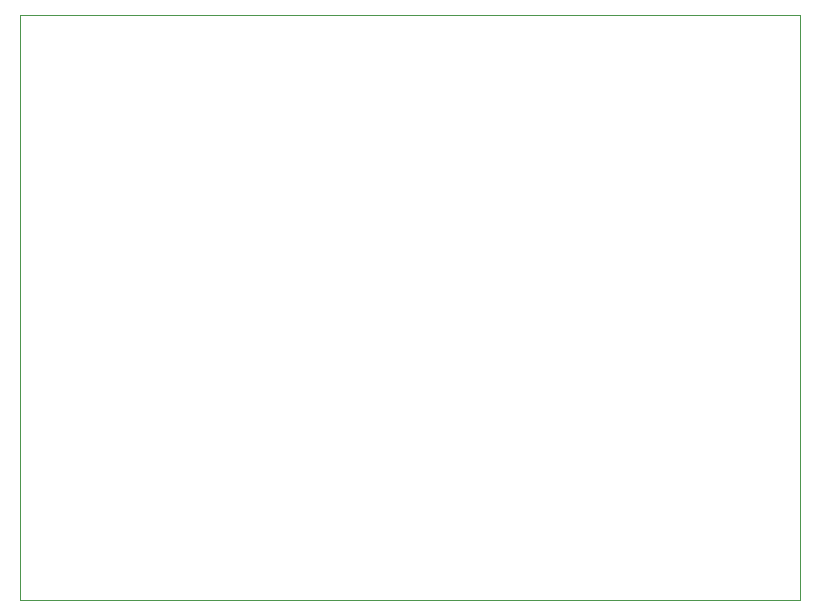
<source format=gm1>
G04 #@! TF.GenerationSoftware,KiCad,Pcbnew,6.0.2+dfsg-1*
G04 #@! TF.CreationDate,2025-06-03T01:46:34+02:00*
G04 #@! TF.ProjectId,ramtest2114,72616d74-6573-4743-9231-31342e6b6963,rev?*
G04 #@! TF.SameCoordinates,Original*
G04 #@! TF.FileFunction,Profile,NP*
%FSLAX46Y46*%
G04 Gerber Fmt 4.6, Leading zero omitted, Abs format (unit mm)*
G04 Created by KiCad (PCBNEW 6.0.2+dfsg-1) date 2025-06-03 01:46:34*
%MOMM*%
%LPD*%
G01*
G04 APERTURE LIST*
G04 #@! TA.AperFunction,Profile*
%ADD10C,0.100000*%
G04 #@! TD*
G04 APERTURE END LIST*
D10*
X35560000Y-52070000D02*
X101600000Y-52070000D01*
X101600000Y-52070000D02*
X101600000Y-101600000D01*
X101600000Y-101600000D02*
X35560000Y-101600000D01*
X35560000Y-101600000D02*
X35560000Y-52070000D01*
M02*

</source>
